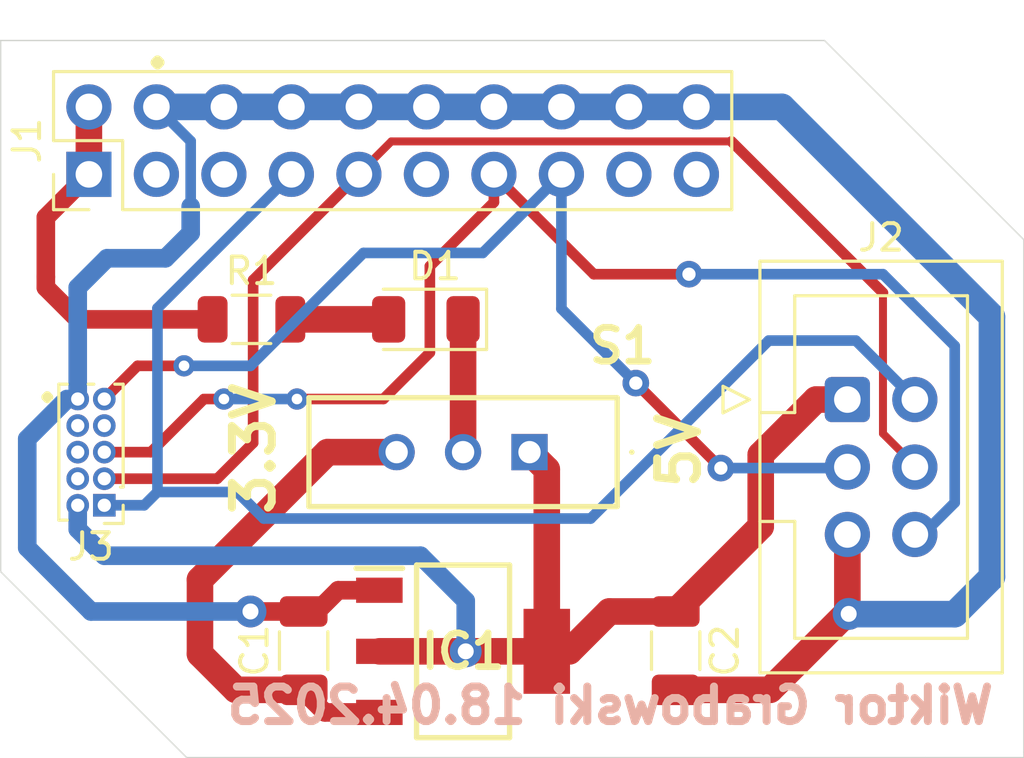
<source format=kicad_pcb>
(kicad_pcb (version 20241229) (generator "pcbnew") (generator_version "9.0")
  (layers (0 "F.Cu" signal) (2 "B.Cu" signal) (13 "F.Paste" user) (15 "B.Paste" user) (5 "F.SilkS" user "F.Silkscreen") (7 "B.SilkS" user "B.Silkscreen") (1 "F.Mask" user) (3 "B.Mask" user) (25 "Edge.Cuts" user))
  (net 0 "")
  (net 1 "GND")
  (net 2 "Net-(IC1-INPUT)")
  (net 5 "/VCC_2")
  (net 6 "Net-(D1-A)")
  (net 10 "Net-(D1-K)")
  (net 11 "/SWCLK")
  (net 12 "/SWDIO")
  (net 13 "/RESET")
  (net 14 "/VCC")
  (net 15 "/SWO")
  (footprint "Connector_PinHeader_2.54mm:PinHeader_2x10_P2.54mm_Vertical" (layer "F.Cu") (at 116.42 84.54 90)
    (property "Reference" "J1" (at 1.27 -2.33 90) (layer "F.SilkS"))
    (property "Value" "C_02x10")
    (fp_line (start 3.87 -1.33) (end 3.87 24.19) (stroke (width 0.12)) (layer "F.SilkS"))
    (fp_line (start 1.27 -1.33) (end 3.87 -1.33) (stroke (width 0.12)) (layer "F.SilkS"))
    (fp_line (start -1.33 -1.33) (end 0 -1.33) (stroke (width 0.12)) (layer "F.SilkS"))
    (fp_line (start -1.33 0) (end -1.33 -1.33) (stroke (width 0.12)) (layer "F.SilkS"))
    (fp_line (start 1.27 1.27) (end 1.27 -1.33) (stroke (width 0.12)) (layer "F.SilkS"))
    (fp_line (start -1.33 1.27) (end 1.27 1.27) (stroke (width 0.12)) (layer "F.SilkS"))
    (fp_line (start -1.33 1.27) (end -1.33 24.19) (stroke (width 0.12)) (layer "F.SilkS"))
    (fp_line (start -1.33 24.19) (end 3.87 24.19) (stroke (width 0.12)) (layer "F.SilkS"))
    (pad "1" thru_hole rect (at 0 0 90) (size 1.7 1.7) (drill 1) (layers "*.Cu" "*.Mask") (net 14 "/VCC"))
    (pad "2" thru_hole oval (at 2.54 0 90) (size 1.7 1.7) (drill 1) (layers "*.Cu" "*.Mask") (net 14 "/VCC"))
    (pad "3" thru_hole oval (at 0 2.54 90) (size 1.7 1.7) (drill 1) (layers "*.Cu" "*.Mask"))
    (pad "4" thru_hole oval (at 2.54 2.54 90) (size 1.7 1.7) (drill 1) (layers "*.Cu" "*.Mask") (net 1 "GND"))
    (pad "5" thru_hole oval (at 0 5.08 90) (size 1.7 1.7) (drill 1) (layers "*.Cu" "*.Mask"))
    (pad "6" thru_hole oval (at 2.54 5.08 90) (size 1.7 1.7) (drill 1) (layers "*.Cu" "*.Mask") (net 1 "GND"))
    (pad "7" thru_hole oval (at 0 7.62 90) (size 1.7 1.7) (drill 1) (layers "*.Cu" "*.Mask") (net 12 "/SWDIO"))
    (pad "8" thru_hole oval (at 2.54 7.62 90) (size 1.7 1.7) (drill 1) (layers "*.Cu" "*.Mask") (net 1 "GND"))
    (pad "9" thru_hole oval (at 0 10.16 90) (size 1.7 1.7) (drill 1) (layers "*.Cu" "*.Mask") (net 11 "/SWCLK"))
    (pad "10" thru_hole oval (at 2.54 10.16 90) (size 1.7 1.7) (drill 1) (layers "*.Cu" "*.Mask") (net 1 "GND"))
    (pad "11" thru_hole oval (at 0 12.7 90) (size 1.7 1.7) (drill 1) (layers "*.Cu" "*.Mask"))
    (pad "12" thru_hole oval (at 2.54 12.7 90) (size 1.7 1.7) (drill 1) (layers "*.Cu" "*.Mask") (net 1 "GND"))
    (pad "13" thru_hole oval (at 0 15.24 90) (size 1.7 1.7) (drill 1) (layers "*.Cu" "*.Mask") (net 15 "/SWO"))
    (pad "14" thru_hole oval (at 2.54 15.24 90) (size 1.7 1.7) (drill 1) (layers "*.Cu" "*.Mask") (net 1 "GND"))
    (pad "15" thru_hole oval (at 0 17.78 90) (size 1.7 1.7) (drill 1) (layers "*.Cu" "*.Mask") (net 13 "/RESET"))
    (pad "16" thru_hole oval (at 2.54 17.78 90) (size 1.7 1.7) (drill 1) (layers "*.Cu" "*.Mask") (net 1 "GND"))
    (pad "17" thru_hole oval (at 0 20.32 90) (size 1.7 1.7) (drill 1) (layers "*.Cu" "*.Mask"))
    (pad "18" thru_hole oval (at 2.54 20.32 90) (size 1.7 1.7) (drill 1) (layers "*.Cu" "*.Mask") (net 1 "GND"))
    (pad "19" thru_hole oval (at 0 22.86 90) (size 1.7 1.7) (drill 1) (layers "*.Cu" "*.Mask"))
    (pad "20" thru_hole oval (at 2.54 22.86 90) (size 1.7 1.7) (drill 1) (layers "*.Cu" "*.Mask") (net 1 "GND"))
  )
  (footprint "Capacitor_SMD:C_1206_3216Metric" (layer "F.Cu") (at 124.5 102.475 90)
    (property "Reference" "C1" (at 0 -1.85 90) (layer "F.SilkS"))
    (property "Value" "1uF")
    (fp_line (start -0.711252 -0.91) (end 0.711252 -0.91) (stroke (width 0.12)) (layer "F.SilkS"))
    (fp_line (start -0.711252 0.91) (end 0.711252 0.91) (stroke (width 0.12)) (layer "F.SilkS"))
    (pad "1" smd roundrect (at -1.475 0 90) (size 1.15 1.8) (layers "F.Cu" "F.Mask" "F.Paste") (roundrect_rratio 0.217391) (net 2 "Net-(IC1-INPUT)"))
    (pad "2" smd roundrect (at 1.475 0 90) (size 1.15 1.8) (layers "F.Cu" "F.Mask" "F.Paste") (roundrect_rratio 0.217391) (net 1 "GND"))
  )
  (footprint "Capacitor_SMD:C_1206_3216Metric" (layer "F.Cu") (at 138.5 102.475 -90)
    (property "Reference" "C2" (at 0 -1.85 90) (layer "F.SilkS"))
    (property "Value" "1uF")
    (fp_line (start -0.711252 0.91) (end 0.711252 0.91) (stroke (width 0.12)) (layer "F.SilkS"))
    (fp_line (start -0.711252 -0.91) (end 0.711252 -0.91) (stroke (width 0.12)) (layer "F.SilkS"))
    (pad "1" smd roundrect (at -1.475 0 270) (size 1.15 1.8) (layers "F.Cu" "F.Mask" "F.Paste") (roundrect_rratio 0.217391) (net 5 "/VCC_2"))
    (pad "2" smd roundrect (at 1.475 0 270) (size 1.15 1.8) (layers "F.Cu" "F.Mask" "F.Paste") (roundrect_rratio 0.217391) (net 1 "GND"))
  )
  (footprint "lib:SLW1166415ASD" (layer "F.Cu") (at 133 95 180)
    (property "Reference" "S1" (at -3.5 4 0) (layer "F.SilkS") (effects (font (size 1.27 1.27) (thickness 0.254))))
    (property "Value" "Switch_1" (hide yes))
    (fp_line (start 8.3 2.05) (end -3.3 2.05) (stroke (width 0.2)) (layer "F.SilkS"))
    (fp_line (start 8.3 -2.05) (end 8.3 2.05) (stroke (width 0.2)) (layer "F.SilkS"))
    (fp_line (start -3.3 2.05) (end -3.3 -2.05) (stroke (width 0.2)) (layer "F.SilkS"))
    (fp_line (start -3.3 -2.05) (end 8.3 -2.05) (stroke (width 0.2)) (layer "F.SilkS"))
    (fp_line (start -3.8 0) (end -3.8 0) (stroke (width 0.1)) (layer "F.SilkS"))
    (fp_line (start -3.9 0) (end -3.9 0) (stroke (width 0.1)) (layer "F.SilkS"))
    (fp_arc (start -3.8 0) (mid -3.85 0.05) (end -3.9 0) (stroke (width 0.1)) (layer "F.SilkS"))
    (fp_arc (start -3.9 0) (mid -3.85 -0.05) (end -3.8 0) (stroke (width 0.1)) (layer "F.SilkS"))
    (pad "1" thru_hole rect (at 0 0 180) (size 1.365 1.365) (drill 0.84) (layers "*.Cu" "*.Mask") (net 5 "/VCC_2"))
    (pad "2" thru_hole circle (at 2.5 0 180) (size 1.365 1.365) (drill 0.84) (layers "*.Cu" "*.Mask") (net 10 "Net-(D1-K)"))
    (pad "3" thru_hole circle (at 5 0 180) (size 1.365 1.365) (drill 0.84) (layers "*.Cu" "*.Mask") (net 2 "Net-(IC1-INPUT)"))
  )
  (footprint "LED_SMD:LED_1206_3216Metric" (layer "F.Cu") (at 129.1 90 180)
    (property "Reference" "D1" (at -0.3425 2 0) (layer "F.SilkS"))
    (property "Value" "LED")
    (fp_line (start 1.6 -1.135) (end -2.285 -1.135) (stroke (width 0.12)) (layer "F.SilkS"))
    (fp_line (start -2.285 1.135) (end 1.6 1.135) (stroke (width 0.12)) (layer "F.SilkS"))
    (fp_line (start -2.285 -1.135) (end -2.285 1.135) (stroke (width 0.12)) (layer "F.SilkS"))
    (pad "1" smd roundrect (at -1.4 0 180) (size 1.25 1.75) (layers "F.Cu" "F.Mask" "F.Paste") (roundrect_rratio 0.2) (net 10 "Net-(D1-K)"))
    (pad "2" smd roundrect (at 1.4 0 180) (size 1.25 1.75) (layers "F.Cu" "F.Mask" "F.Paste") (roundrect_rratio 0.2) (net 6 "Net-(D1-A)"))
  )
  (footprint "Connector_PinHeader_1.00mm:PinHeader_2x05_P1.00mm_Vertical" (layer "F.Cu") (at 117 97 180)
    (property "Reference" "J3" (at 0.5 -1.56 0) (layer "F.SilkS"))
    (property "Value" "C_02x05")
    (fp_line (start 1.71 -0.56) (end 1.71 4.56) (stroke (width 0.12)) (layer "F.SilkS"))
    (fp_line (start 1.394493 4.56) (end 1.71 4.56) (stroke (width 0.12)) (layer "F.SilkS"))
    (fp_line (start 1.394493 -0.56) (end 1.71 -0.56) (stroke (width 0.12)) (layer "F.SilkS"))
    (fp_line (start 0.394493 4.56) (end 0.605507 4.56) (stroke (width 0.12)) (layer "F.SilkS"))
    (fp_line (start -0.71 4.56) (end -0.394493 4.56) (stroke (width 0.12)) (layer "F.SilkS"))
    (fp_line (start -0.71 0.685) (end -0.608276 0.685) (stroke (width 0.12)) (layer "F.SilkS"))
    (fp_line (start -0.71 0.685) (end -0.71 4.56) (stroke (width 0.12)) (layer "F.SilkS"))
    (fp_line (start -0.71 0) (end -0.71 -0.685) (stroke (width 0.12)) (layer "F.SilkS"))
    (fp_line (start -0.71 -0.685) (end 0 -0.685) (stroke (width 0.12)) (layer "F.SilkS"))
    (pad "1" thru_hole rect (at 0 0 180) (size 0.85 0.85) (drill 0.5) (layers "*.Cu" "*.Mask") (net 12 "/SWDIO"))
    (pad "2" thru_hole oval (at 1 0 180) (size 0.85 0.85) (drill 0.5) (layers "*.Cu" "*.Mask") (net 5 "/VCC_2"))
    (pad "3" thru_hole oval (at 0 1 180) (size 0.85 0.85) (drill 0.5) (layers "*.Cu" "*.Mask") (net 11 "/SWCLK"))
    (pad "4" thru_hole oval (at 1 1 180) (size 0.85 0.85) (drill 0.5) (layers "*.Cu" "*.Mask"))
    (pad "5" thru_hole oval (at 0 2 180) (size 0.85 0.85) (drill 0.5) (layers "*.Cu" "*.Mask") (net 15 "/SWO"))
    (pad "6" thru_hole oval (at 1 2 180) (size 0.85 0.85) (drill 0.5) (layers "*.Cu" "*.Mask"))
    (pad "7" thru_hole oval (at 0 3 180) (size 0.85 0.85) (drill 0.5) (layers "*.Cu" "*.Mask"))
    (pad "8" thru_hole oval (at 1 3 180) (size 0.85 0.85) (drill 0.5) (layers "*.Cu" "*.Mask"))
    (pad "9" thru_hole oval (at 0 4 180) (size 0.85 0.85) (drill 0.5) (layers "*.Cu" "*.Mask") (net 13 "/RESET"))
    (pad "10" thru_hole oval (at 1 4 180) (size 0.85 0.85) (drill 0.5) (layers "*.Cu" "*.Mask") (net 1 "GND"))
  )
  (footprint "Resistor_SMD:R_1206_3216Metric" (layer "F.Cu") (at 122.5375 90)
    (property "Reference" "R1" (at 0 -1.82 0) (layer "F.SilkS"))
    (property "Value" "300")
    (fp_line (start -0.727064 -0.91) (end 0.727064 -0.91) (stroke (width 0.12)) (layer "F.SilkS"))
    (fp_line (start -0.727064 0.91) (end 0.727064 0.91) (stroke (width 0.12)) (layer "F.SilkS"))
    (pad "1" smd roundrect (at -1.4625 0) (size 1.125 1.75) (layers "F.Cu" "F.Mask" "F.Paste") (roundrect_rratio 0.222222) (net 14 "/VCC"))
    (pad "2" smd roundrect (at 1.4625 0) (size 1.125 1.75) (layers "F.Cu" "F.Mask" "F.Paste") (roundrect_rratio 0.222222) (net 6 "Net-(D1-A)"))
  )
  (footprint "Connector_IDC:IDC-Header_2x03_P2.54mm_Vertical" (layer "F.Cu") (at 144.96 93.02)
    (property "Reference" "J2" (at 1.27 -6.1 0) (layer "F.SilkS"))
    (property "Value" "C_02x03")
    (fp_line (start -4.68 -0.5) (end -4.68 0.5) (stroke (width 0.12)) (layer "F.SilkS"))
    (fp_line (start -4.68 0.5) (end -3.68 0) (stroke (width 0.12)) (layer "F.SilkS"))
    (fp_line (start -3.68 0) (end -4.68 -0.5) (stroke (width 0.12)) (layer "F.SilkS"))
    (fp_line (start -3.29 -5.21) (end 5.83 -5.21) (stroke (width 0.12)) (layer "F.SilkS"))
    (fp_line (start -3.29 0.49) (end -1.98 0.49) (stroke (width 0.12)) (layer "F.SilkS"))
    (fp_line (start -3.29 10.29) (end -3.29 -5.21) (stroke (width 0.12)) (layer "F.SilkS"))
    (fp_line (start -1.98 -3.91) (end 4.52 -3.91) (stroke (width 0.12)) (layer "F.SilkS"))
    (fp_line (start -1.98 0.49) (end -1.98 -3.91) (stroke (width 0.12)) (layer "F.SilkS"))
    (fp_line (start -1.98 4.59) (end -3.29 4.59) (stroke (width 0.12)) (layer "F.SilkS"))
    (fp_line (start -1.98 4.59) (end -1.98 4.59) (stroke (width 0.12)) (layer "F.SilkS"))
    (fp_line (start -1.98 8.99) (end -1.98 4.59) (stroke (width 0.12)) (layer "F.SilkS"))
    (fp_line (start 4.52 -3.91) (end 4.52 8.99) (stroke (width 0.12)) (layer "F.SilkS"))
    (fp_line (start 4.52 8.99) (end -1.98 8.99) (stroke (width 0.12)) (layer "F.SilkS"))
    (fp_line (start 5.83 -5.21) (end 5.83 10.29) (stroke (width 0.12)) (layer "F.SilkS"))
    (fp_line (start 5.83 10.29) (end -3.29 10.29) (stroke (width 0.12)) (layer "F.SilkS"))
    (pad "1" thru_hole roundrect (at 0 0) (size 1.7 1.7) (drill 1) (layers "*.Cu" "*.Mask") (roundrect_rratio 0.147059) (net 5 "/VCC_2"))
    (pad "2" thru_hole circle (at 2.54 0) (size 1.7 1.7) (drill 1) (layers "*.Cu" "*.Mask") (net 12 "/SWDIO"))
    (pad "3" thru_hole circle (at 0 2.54) (size 1.7 1.7) (drill 1) (layers "*.Cu" "*.Mask") (net 13 "/RESET"))
    (pad "4" thru_hole circle (at 2.54 2.54) (size 1.7 1.7) (drill 1) (layers "*.Cu" "*.Mask") (net 11 "/SWCLK"))
    (pad "5" thru_hole circle (at 0 5.08) (size 1.7 1.7) (drill 1) (layers "*.Cu" "*.Mask") (net 1 "GND"))
    (pad "6" thru_hole circle (at 2.54 5.08) (size 1.7 1.7) (drill 1) (layers "*.Cu" "*.Mask") (net 15 "/SWO"))
  )
  (footprint "lib:SOT230P700X180-4N" (layer "F.Cu") (at 130.5 102.5)
    (property "Reference" "IC1" (at 0 0 0) (layer "F.SilkS") (effects (font (size 1.27 1.27) (thickness 0.254))))
    (property "Value" "LDO_Module" (hide yes))
    (fp_line (start -4.025 -3.125) (end -2.275 -3.125) (stroke (width 0.2)) (layer "F.SilkS"))
    (fp_line (start -1.75 -3.25) (end 1.75 -3.25) (stroke (width 0.2)) (layer "F.SilkS"))
    (fp_line (start -1.75 3.25) (end -1.75 -3.25) (stroke (width 0.2)) (layer "F.SilkS"))
    (fp_line (start 1.75 -3.25) (end 1.75 3.25) (stroke (width 0.2)) (layer "F.SilkS"))
    (fp_line (start 1.75 3.25) (end -1.75 3.25) (stroke (width 0.2)) (layer "F.SilkS"))
    (pad "1" smd rect (at -3.15 -2.3 90) (size 0.95 1.75) (layers "F.Cu" "F.Mask" "F.Paste") (net 1 "GND"))
    (pad "2" smd rect (at -3.15 0 90) (size 0.95 1.75) (layers "F.Cu" "F.Mask" "F.Paste") (net 5 "/VCC_2"))
    (pad "3" smd rect (at -3.15 2.3 90) (size 0.95 1.75) (layers "F.Cu" "F.Mask" "F.Paste") (net 2 "Net-(IC1-INPUT)"))
    (pad "4" smd rect (at 3.15 0) (size 1.75 3.2) (layers "F.Cu" "F.Mask" "F.Paste") (net 5 "/VCC_2"))
  )
  (gr_line (start 151.6 87) (end 151.6 106.3) (stroke (width 0.05)) (layer "Edge.Cuts"))
  (gr_line (start 113.1 99.5) (end 113.1 79.5) (stroke (width 0.05)) (layer "Edge.Cuts"))
  (gr_line (start 120.1 106.5) (end 113.1 99.5) (stroke (width 0.05)) (layer "Edge.Cuts"))
  (gr_line (start 151.6 106.3) (end 151.6 106.5) (stroke (width 0.05)) (layer "Edge.Cuts"))
  (gr_line (start 151.6 87) (end 144.1 79.5) (stroke (width 0.05)) (layer "Edge.Cuts"))
  (gr_line (start 120.1 106.5) (end 147.9 106.5) (stroke (width 0.05)) (layer "Edge.Cuts"))
  (gr_line (start 144.1 79.5) (end 113.1 79.5) (stroke (width 0.05)) (layer "Edge.Cuts"))
  (gr_line (start 147.9 106.5) (end 151.6 106.5) (stroke (width 0.05)) (layer "Edge.Cuts"))
  (gr_text "5V" (at 139.5 96.5 90) (layer "F.SilkS") (effects (font (size 1.5 1.5) (thickness 0.3) (bold yes)) (justify left bottom)))
  (gr_text "3.3V" (at 123.5 97.5 90) (layer "F.SilkS") (effects (font (size 1.5 1.5) (thickness 0.3) (bold yes)) (justify left bottom)))
  (gr_text "." (at 114.3 93.2 0) (layer "F.SilkS") (effects (font (size 1.5 1.5) (thickness 0.3) (bold yes)) (justify left bottom)))
  (gr_text "." (at 118.4 80.6 0) (layer "F.SilkS") (effects (font (size 1.5 1.5) (thickness 0.375) (bold yes)) (justify left bottom)))
  (gr_text "Wiktor Grabowski 18.04.2025" (at 150.6 105.3 0) (layer "B.SilkS") (effects (font (size 1.3 1.3) (thickness 0.3) (bold yes)) (justify left bottom mirror)))
  (segment (start 125.8 100.2) (end 127.35 100.2) (width 0.7) (layer "F.Cu") (net 1))
  (segment (start 122.5 101) (end 124.5 101) (width 0.7) (layer "F.Cu") (net 1))
  (segment (start 144.96 101.04) (end 144.96 98.1) (width 1) (layer "F.Cu") (net 1))
  (segment (start 125 101) (end 125.8 100.2) (width 0.7) (layer "F.Cu") (net 1))
  (segment (start 138.5 103.95) (end 142.05 103.95) (width 1) (layer "F.Cu") (net 1))
  (segment (start 142.05 103.95) (end 144.96 101.04) (width 1) (layer "F.Cu") (net 1))
  (segment (start 124.5 101) (end 125 101) (width 0.5) (layer "F.Cu") (net 1))
  (via (at 122.5 101) (size 1.2) (drill 0.6) (layers "F.Cu" "B.Cu") (net 1))
  (via (at 145.01 101.09) (size 1.2) (drill 0.6) (layers "F.Cu" "B.Cu") (net 1))
  (segment (start 145.02 101.1) (end 145.01 101.09) (width 0.5) (layer "B.Cu") (net 1))
  (segment (start 116 93) (end 116 88.8) (width 0.7) (layer "B.Cu") (net 1))
  (segment (start 115.6 93) (end 116 93) (width 0.7) (layer "B.Cu") (net 1))
  (segment (start 120.25 85.75) (end 120.25 83.29) (width 0.4) (layer "B.Cu") (net 1))
  (segment (start 116 88.8) (end 117.1 87.7) (width 0.7) (layer "B.Cu") (net 1))
  (segment (start 139.28 82) (end 142.5 82) (width 1) (layer "B.Cu") (net 1))
  (segment (start 142.5 82) (end 150.4 89.9) (width 1) (layer "B.Cu") (net 1))
  (segment (start 114.1 98.6) (end 114.1 94.5) (width 0.7) (layer "B.Cu") (net 1))
  (segment (start 117.1 87.7) (end 119.3 87.7) (width 0.7) (layer "B.Cu") (net 1))
  (segment (start 120.25 83.29) (end 118.96 82) (width 0.4) (layer "B.Cu") (net 1))
  (segment (start 139.28 82) (end 118.96 82) (width 1) (layer "B.Cu") (net 1))
  (segment (start 114.1 94.5) (end 115.6 93) (width 0.7) (layer "B.Cu") (net 1))
  (segment (start 150.4 89.9) (end 150.4 99.7) (width 1) (layer "B.Cu") (net 1))
  (segment (start 122.5 101) (end 116.5 101) (width 0.7) (layer "B.Cu") (net 1))
  (segment (start 116.5 101) (end 114.1 98.6) (width 0.7) (layer "B.Cu") (net 1))
  (segment (start 119.3 87.7) (end 120.25 86.75) (width 0.7) (layer "B.Cu") (net 1))
  (segment (start 149 101.1) (end 145.02 101.1) (width 1) (layer "B.Cu") (net 1))
  (segment (start 145.01 101.09) (end 144.96 101.04) (width 0.5) (layer "B.Cu") (net 1))
  (segment (start 120.25 86.75) (end 120.25 85.75) (width 0.7) (layer "B.Cu") (net 1))
  (segment (start 150.4 99.7) (end 149 101.1) (width 1) (layer "B.Cu") (net 1))
  (segment (start 121.95 103.95) (end 124.5 103.95) (width 1) (layer "F.Cu") (net 2))
  (segment (start 120.6 102.6) (end 121.95 103.95) (width 1) (layer "F.Cu") (net 2))
  (segment (start 128 95) (end 125.4 95) (width 1) (layer "F.Cu") (net 2))
  (segment (start 124.5 104) (end 125.3 104.8) (width 0.7) (layer "F.Cu") (net 2))
  (segment (start 125.4 95) (end 120.6 99.8) (width 1) (layer "F.Cu") (net 2))
  (segment (start 120.6 99.8) (end 120.6 102.6) (width 1) (layer "F.Cu") (net 2))
  (segment (start 125.3 104.8) (end 127.35 104.8) (width 0.7) (layer "F.Cu") (net 2))
  (segment (start 124.5 103.95) (end 124.5 104) (width 0.5) (layer "F.Cu") (net 2))
  (segment (start 141.7 97.8) (end 141.7 95.1) (width 1) (layer "F.Cu") (net 5))
  (segment (start 141.7 95.1) (end 143.78 93.02) (width 1) (layer "F.Cu") (net 5))
  (segment (start 133 95) (end 133.65 95.65) (width 1) (layer "F.Cu") (net 5))
  (segment (start 133.65 102.5) (end 134.5 102.5) (width 1) (layer "F.Cu") (net 5))
  (segment (start 138.5 101) (end 141.7 97.8) (width 1) (layer "F.Cu") (net 5))
  (segment (start 136 101) (end 138.5 101) (width 1) (layer "F.Cu") (net 5))
  (segment (start 134.5 102.5) (end 136 101) (width 1) (layer "F.Cu") (net 5))
  (segment (start 127.35 102.5) (end 133.65 102.5) (width 1) (layer "F.Cu") (net 5))
  (segment (start 143.78 93.02) (end 144.96 93.02) (width 1) (layer "F.Cu") (net 5))
  (segment (start 133.65 95.65) (end 133.65 102.5) (width 1) (layer "F.Cu") (net 5))
  (via (at 130.6 102.5) (size 1.2) (drill 0.6) (layers "F.Cu" "B.Cu") (net 5))
  (segment (start 130.6 100.6) (end 130.6 102.5) (width 0.7) (layer "B.Cu") (net 5))
  (segment (start 116 97) (end 116 97.9) (width 0.7) (layer "B.Cu") (net 5))
  (segment (start 116 97.9) (end 117 98.9) (width 0.7) (layer "B.Cu") (net 5))
  (segment (start 117 98.9) (end 128.9 98.9) (width 0.7) (layer "B.Cu") (net 5))
  (segment (start 128.9 98.9) (end 130.6 100.6) (width 0.7) (layer "B.Cu") (net 5))
  (segment (start 124 90) (end 127.7 90) (width 1) (layer "F.Cu") (net 6))
  (segment (start 130.5 90) (end 130.5 95) (width 1) (layer "F.Cu") (net 10))
  (segment (start 140.6 83.3) (end 146.3 89) (width 0.4) (layer "F.Cu") (net 11))
  (segment (start 122.6 88.52) (end 126.58 84.54) (width 0.4) (layer "F.Cu") (net 11))
  (segment (start 122.6 94.65) (end 122.6 88.52) (width 0.4) (layer "F.Cu") (net 11))
  (segment (start 121.25 96) (end 122.6 94.65) (width 0.4) (layer "F.Cu") (net 11))
  (segment (start 146.3 89) (end 146.3 94.3) (width 0.3) (layer "F.Cu") (net 11))
  (segment (start 146.3 94.3) (end 147.5 95.5) (width 0.3) (layer "F.Cu") (net 11))
  (segment (start 147.5 95.5) (end 147.5 95.56) (width 0.2) (layer "F.Cu") (net 11))
  (segment (start 126.58 84.54) (end 127.2 83.92) (width 0.2) (layer "F.Cu") (net 11))
  (segment (start 117 96) (end 121.25 96) (width 0.4) (layer "F.Cu") (net 11))
  (segment (start 127.8 83.3) (end 140.6 83.3) (width 0.3) (layer "F.Cu") (net 11))
  (segment (start 127.2 83.9) (end 127.8 83.3) (width 0.3) (layer "F.Cu") (net 11))
  (segment (start 118.5 97) (end 117 97) (width 0.4) (layer "B.Cu") (net 12))
  (segment (start 135.3 97.5) (end 142 90.8) (width 0.4) (layer "B.Cu") (net 12))
  (segment (start 145.28 90.8) (end 147.5 93.02) (width 0.4) (layer "B.Cu") (net 12))
  (segment (start 119 96.5) (end 122 96.5) (width 0.4) (layer "B.Cu") (net 12))
  (segment (start 119 96.5) (end 118.5 97) (width 0.4) (layer "B.Cu") (net 12))
  (segment (start 123 97.5) (end 135.3 97.5) (width 0.4) (layer "B.Cu") (net 12))
  (segment (start 124.04 84.54) (end 119 89.58) (width 0.4) (layer "B.Cu") (net 12))
  (segment (start 122 96.5) (end 123 97.5) (width 0.4) (layer "B.Cu") (net 12))
  (segment (start 142 90.8) (end 145.28 90.8) (width 0.4) (layer "B.Cu") (net 12))
  (segment (start 119 89.58) (end 119 96.5) (width 0.4) (layer "B.Cu") (net 12))
  (segment (start 137 92.4) (end 140.2 95.6) (width 0.4) (layer "F.Cu") (net 13))
  (segment (start 117 93) (end 118.25 91.75) (width 0.4) (layer "F.Cu") (net 13))
  (segment (start 118.25 91.75) (end 120 91.75) (width 0.4) (layer "F.Cu") (net 13))
  (via (at 120 91.75) (size 0.8) (drill 0.4) (layers "F.Cu" "B.Cu") (net 13))
  (via (at 140.2 95.6) (size 1) (drill 0.5) (layers "F.Cu" "B.Cu") (net 13))
  (via (at 137 92.4) (size 1) (drill 0.5) (layers "F.Cu" "B.Cu") (net 13))
  (segment (start 126.75 87.5) (end 131.24 87.5) (width 0.4) (layer "B.Cu") (net 13))
  (segment (start 144.92 95.6) (end 144.96 95.56) (width 0.7) (layer "B.Cu") (net 13))
  (segment (start 122.5 91.75) (end 126.75 87.5) (width 0.4) (layer "B.Cu") (net 13))
  (segment (start 134.2 84.54) (end 134.2 89.6) (width 0.4) (layer "B.Cu") (net 13))
  (segment (start 134.2 89.6) (end 137 92.4) (width 0.4) (layer "B.Cu") (net 13))
  (segment (start 120 91.75) (end 122.5 91.75) (width 0.4) (layer "B.Cu") (net 13))
  (segment (start 140.2 95.6) (end 144.92 95.6) (width 0.4) (layer "B.Cu") (net 13))
  (segment (start 131.24 87.5) (end 134.2 84.54) (width 0.4) (layer "B.Cu") (net 13))
  (segment (start 114.8 86.16) (end 116.42 84.54) (width 0.7) (layer "F.Cu") (net 14))
  (segment (start 116.42 82) (end 116.42 84.54) (width 1) (layer "F.Cu") (net 14))
  (segment (start 114.8 88.4) (end 114.8 86.16) (width 0.7) (layer "F.Cu") (net 14))
  (segment (start 114.8 88.8) (end 114.8 88.4) (width 0.7) (layer "F.Cu") (net 14))
  (segment (start 116 90) (end 121.075 90) (width 0.7) (layer "F.Cu") (net 14))
  (segment (start 116 90) (end 114.8 88.8) (width 0.7) (layer "F.Cu") (net 14))
  (segment (start 139 88.3) (end 135.42 88.3) (width 0.4) (layer "F.Cu") (net 15))
  (segment (start 118.75 95) (end 117 95) (width 0.4) (layer "F.Cu") (net 15))
  (segment (start 131.66 85.59) (end 129.25 88) (width 0.4) (layer "F.Cu") (net 15))
  (segment (start 135.42 88.3) (end 131.66 84.54) (width 0.4) (layer "F.Cu") (net 15))
  (segment (start 127.5 93) (end 124.25 93) (width 0.4) (layer "F.Cu") (net 15))
  (segment (start 121.5 93) (end 120.75 93) (width 0.4) (layer "F.Cu") (net 15))
  (segment (start 129.25 91.25) (end 127.5 93) (width 0.4) (layer "F.Cu") (net 15))
  (segment (start 131.66 84.54) (end 131.66 85.59) (width 0.4) (layer "F.Cu") (net 15))
  (segment (start 120.75 93) (end 118.75 95) (width 0.4) (layer "F.Cu") (net 15))
  (segment (start 129.25 88) (end 129.25 91.25) (width 0.4) (layer "F.Cu") (net 15))
  (via (at 121.5 93) (size 0.8) (drill 0.4) (layers "F.Cu" "B.Cu") (net 15))
  (via (at 139 88.3) (size 1) (drill 0.5) (layers "F.Cu" "B.Cu") (net 15))
  (via (at 124.25 93) (size 0.8) (drill 0.4) (layers "F.Cu" "B.Cu") (net 15))
  (segment (start 149 96.9) (end 149 91) (width 0.4) (layer "B.Cu") (net 15))
  (segment (start 146.3 88.3) (end 139 88.3) (width 0.4) (layer "B.Cu") (net 15))
  (segment (start 147.5 98.1) (end 147.8 98.1) (width 0.4) (layer "B.Cu") (net 15))
  (segment (start 147.8 98.1) (end 149 96.9) (width 0.4) (layer "B.Cu") (net 15))
  (segment (start 149 91) (end 147.7 89.7) (width 0.4) (layer "B.Cu") (net 15))
  (segment (start 147.7 89.7) (end 146.3 88.3) (width 0.4) (layer "B.Cu") (net 15))
  (segment (start 124.25 93) (end 121.5 93) (width 0.4) (layer "B.Cu") (net 15))
)
</source>
